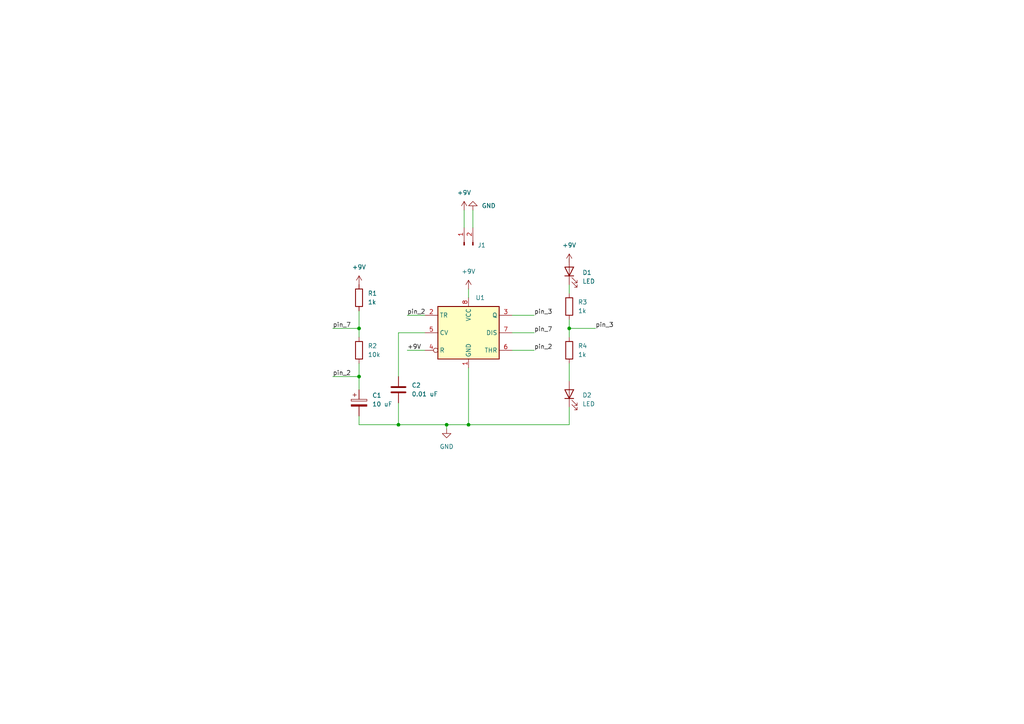
<source format=kicad_sch>
(kicad_sch (version 20211123) (generator eeschema)
  (paper "A4")
  (lib_symbols
    (symbol "Connector:Conn_01x02_Male" (pin_names (offset 1.016) hide)
      (property "Reference" "J" (at 0 2.54 0))
      (property "Value" "Conn_01x02_Male" (at 0 -5.08 0))
      (symbol "Conn_01x02_Male_1_1"
        (polyline (pts (xy 1.27 -2.54) (xy 0.8636 -2.54)) (stroke (width 0.1524)))
        (polyline (pts (xy 1.27 0) (xy 0.8636 0)) (stroke (width 0.1524)))
        (rectangle (start 0.8636 -2.413) (end 0 -2.667) (stroke (width 0.1524)) (fill (type outline)))
        (rectangle (start 0.8636 0.127) (end 0 -0.127) (stroke (width 0.1524)) (fill (type outline)))
        (pin passive line (at 5.08 0 180) (length 3.81) (name "Pin_1") (number "1"))
        (pin passive line (at 5.08 -2.54 180) (length 3.81) (name "Pin_2") (number "2"))
      )
    )
    (symbol "Device:C" (pin_numbers hide) (pin_names (offset 0.254))
      (property "Reference" "C" (at 0.635 2.54 0))
      (property "Value" "C" (at 0.635 -2.54 0))
      (symbol "C_0_1"
        (polyline (pts (xy -2.032 -0.762) (xy 2.032 -0.762)) (stroke (width 0.508)))
        (polyline (pts (xy -2.032 0.762) (xy 2.032 0.762)) (stroke (width 0.508)))
      )
      (symbol "C_1_1"
        (pin passive line (at 0 3.81 270) (length 2.794) (name "~") (number "1"))
        (pin passive line (at 0 -3.81 90) (length 2.794) (name "~") (number "2"))
      )
    )
    (symbol "Device:C_Polarized" (pin_numbers hide) (pin_names (offset 0.254))
      (property "Reference" "C" (at 0.635 2.54 0))
      (property "Value" "C_Polarized" (at 0.635 -2.54 0))
      (symbol "C_Polarized_0_1"
        (rectangle (start -2.286 0.508) (end 2.286 1.016))
        (polyline (pts (xy -1.778 2.286) (xy -0.762 2.286)))
        (polyline (pts (xy -1.27 2.794) (xy -1.27 1.778)))
        (rectangle (start 2.286 -0.508) (end -2.286 -1.016) (fill (type outline)))
      )
      (symbol "C_Polarized_1_1"
        (pin passive line (at 0 3.81 270) (length 2.794) (name "~") (number "1"))
        (pin passive line (at 0 -3.81 90) (length 2.794) (name "~") (number "2"))
      )
    )
    (symbol "Device:LED" (pin_numbers hide) (pin_names (offset 1.016) hide)
      (property "Reference" "D" (at 0 2.54 0))
      (property "Value" "LED" (at 0 -2.54 0))
      (symbol "LED_0_1"
        (polyline (pts (xy -1.27 -1.27) (xy -1.27 1.27)) (stroke (width 0.254)))
        (polyline (pts (xy -1.27 0) (xy 1.27 0)))
        (polyline (pts (xy 1.27 -1.27) (xy 1.27 1.27) (xy -1.27 0) (xy 1.27 -1.27)) (stroke (width 0.254)))
        (polyline (pts (xy -3.048 -0.762) (xy -4.572 -2.286) (xy -3.81 -2.286) (xy -4.572 -2.286) (xy -4.572 -1.524)))
        (polyline (pts (xy -1.778 -0.762) (xy -3.302 -2.286) (xy -2.54 -2.286) (xy -3.302 -2.286) (xy -3.302 -1.524)))
      )
      (symbol "LED_1_1"
        (pin passive line (at -3.81 0 0) (length 2.54) (name "K") (number "1"))
        (pin passive line (at 3.81 0 180) (length 2.54) (name "A") (number "2"))
      )
    )
    (symbol "Device:R" (pin_numbers hide) (pin_names (offset 0))
      (property "Reference" "R" (at 2.032 0 90))
      (property "Value" "R" (at 0 0 90))
      (symbol "R_0_1"
        (rectangle (start -1.016 -2.54) (end 1.016 2.54) (stroke (width 0.254)))
      )
      (symbol "R_1_1"
        (pin passive line (at 0 3.81 270) (length 1.27) (name "~") (number "1"))
        (pin passive line (at 0 -3.81 90) (length 1.27) (name "~") (number "2"))
      )
    )
    (symbol "Timer:NE555D"
      (property "Reference" "U" (at -10.16 8.89 0))
      (property "Value" "NE555D" (at 2.54 8.89 0))
      (symbol "NE555D_0_0"
        (pin power_in line (at 0 -10.16 90) (length 2.54) (name "GND") (number "1"))
        (pin power_in line (at 0 10.16 270) (length 2.54) (name "VCC") (number "8"))
      )
      (symbol "NE555D_0_1"
        (rectangle (start -8.89 -7.62) (end 8.89 7.62) (stroke (width 0.254)) (fill (type background)))
        (rectangle (start -8.89 -7.62) (end 8.89 7.62) (stroke (width 0.254)) (fill (type background)))
      )
      (symbol "NE555D_1_1"
        (pin input line (at -12.7 5.08 0) (length 3.81) (name "TR") (number "2"))
        (pin output line (at 12.7 5.08 180) (length 3.81) (name "Q") (number "3"))
        (pin input inverted (at -12.7 -5.08 0) (length 3.81) (name "R") (number "4"))
        (pin input line (at -12.7 0 0) (length 3.81) (name "CV") (number "5"))
        (pin input line (at 12.7 -5.08 180) (length 3.81) (name "THR") (number "6"))
        (pin input line (at 12.7 0 180) (length 3.81) (name "DIS") (number "7"))
      )
    )
    (symbol "power:+9V" (power) (pin_names (offset 0))
      (property "Value" "+9V" (at 0 3.556 0))
      (symbol "+9V_0_1"
        (polyline (pts (xy -0.762 1.27) (xy 0 2.54)))
        (polyline (pts (xy 0 0) (xy 0 2.54)))
        (polyline (pts (xy 0 2.54) (xy 0.762 1.27)))
      )
      (symbol "+9V_1_1"
        (pin power_in line (at 0 0 90) (length 0) hide (name "+9V") (number "1"))
      )
    )
    (symbol "power:GND" (power) (pin_names (offset 0))
      (property "Value" "GND" (at 0 -3.81 0))
      (symbol "GND_0_1"
        (polyline (pts (xy 0 0) (xy 0 -1.27) (xy 1.27 -1.27) (xy 0 -2.54) (xy -1.27 -1.27) (xy 0 -1.27)))
      )
      (symbol "GND_1_1"
        (pin power_in line (at 0 0 270) (length 0) hide (name "GND") (number "1"))
      )
    )
  )
  (junction (at 104.14 95.25))
  (junction (at 129.54 123.19))
  (junction (at 135.89 123.19))
  (junction (at 104.14 109.22))
  (junction (at 115.57 123.19))
  (junction (at 165.1 95.25))
  (wire (pts (xy 148.59 91.44) (xy 154.94 91.44)))
  (wire (pts (xy 137.16 60.96) (xy 137.16 66.04)))
  (wire (pts (xy 135.89 106.68) (xy 135.89 123.19)))
  (wire (pts (xy 104.14 90.17) (xy 104.14 95.25)))
  (wire (pts (xy 115.57 96.52) (xy 115.57 109.22)))
  (wire (pts (xy 129.54 123.19) (xy 135.89 123.19)))
  (wire (pts (xy 134.62 60.96) (xy 134.62 66.04)))
  (wire (pts (xy 165.1 85.09) (xy 165.1 82.55)))
  (wire (pts (xy 165.1 74.93) (xy 165.1 76.2)))
  (wire (pts (xy 104.14 109.22) (xy 96.52 109.22)))
  (wire (pts (xy 104.14 123.19) (xy 104.14 120.65)))
  (wire (pts (xy 165.1 110.49) (xy 165.1 105.41)))
  (wire (pts (xy 165.1 95.25) (xy 165.1 92.71)))
  (wire (pts (xy 148.59 96.52) (xy 154.94 96.52)))
  (wire (pts (xy 104.14 113.03) (xy 104.14 109.22)))
  (wire (pts (xy 104.14 105.41) (xy 104.14 109.22)))
  (wire (pts (xy 165.1 95.25) (xy 172.72 95.25)))
  (wire (pts (xy 165.1 97.79) (xy 165.1 95.25)))
  (wire (pts (xy 129.54 123.19) (xy 129.54 124.46)))
  (wire (pts (xy 104.14 95.25) (xy 104.14 97.79)))
  (wire (pts (xy 118.11 101.6) (xy 123.19 101.6)))
  (wire (pts (xy 115.57 116.84) (xy 115.57 123.19)))
  (wire (pts (xy 115.57 123.19) (xy 104.14 123.19)))
  (wire (pts (xy 104.14 95.25) (xy 96.52 95.25)))
  (wire (pts (xy 123.19 96.52) (xy 115.57 96.52)))
  (wire (pts (xy 123.19 91.44) (xy 118.11 91.44)))
  (wire (pts (xy 115.57 123.19) (xy 129.54 123.19)))
  (wire (pts (xy 165.1 123.19) (xy 165.1 118.11)))
  (wire (pts (xy 148.59 101.6) (xy 154.94 101.6)))
  (wire (pts (xy 135.89 123.19) (xy 165.1 123.19)))
  (wire (pts (xy 135.89 83.82) (xy 135.89 86.36)))
  (label "pin_2" (at 154.94 101.6 0))
  (label "pin_2" (at 118.11 91.44 0))
  (label "pin_7" (at 96.52 95.25 0))
  (label "pin_7" (at 154.94 96.52 0))
  (label "pin_2" (at 96.52 109.22 0))
  (label "+9V" (at 118.11 101.6 0))
  (label "pin_3" (at 172.72 95.25 0))
  (label "pin_3" (at 154.94 91.44 0))
  (symbol (lib_id "power:+9V") (at 165.1 76.2 0) (unit 1)
    (property "Reference" "#PWR?" (effects hide))
    (property "Value" "+9V" (at 165.1 71.12 0))
  )
  (symbol (lib_id "power:+9V") (at 134.62 60.96 0) (unit 1)
    (property "Reference" "#PWR?" (effects hide))
    (property "Value" "+9V" (at 134.62 55.88 0))
  )
  (symbol (lib_id "Device:C") (at 115.57 113.03 0) (unit 1)
    (property "Reference" "C2" (at 119.38 111.7599 0) (effects (justify left)))
    (property "Value" "0.01 uF" (at 119.38 114.2999 0) (effects (justify left)))
  )
  (symbol (lib_id "Device:R") (at 104.14 86.36 0) (unit 1)
    (property "Reference" "R1" (at 106.68 85.0899 0) (effects (justify left)))
    (property "Value" "1k" (at 106.68 87.6299 0) (effects (justify left)))
  )
  (symbol (lib_id "power:GND") (at 129.54 124.46 0) (unit 1)
    (property "Reference" "#PWR?" (effects hide))
    (property "Value" "GND" (at 129.54 129.54 0))
  )
  (symbol (lib_id "Device:C_Polarized") (at 104.14 116.84 0) (unit 1)
    (property "Reference" "C1" (at 107.95 114.6809 0) (effects (justify left)))
    (property "Value" "10 uF" (at 107.95 117.2209 0) (effects (justify left)))
  )
  (symbol (lib_id "Timer:NE555D") (at 135.89 96.52 0) (unit 1)
    (property "Reference" "U1" (at 137.9094 86.36 0) (effects (justify left)))
    (property "Value" "NE555D" (effects hide))
    (property "Footprint" "Package_SO:SOIC-8_3.9x4.9mm_P1.27mm" (effects hide))
    (property "Datasheet" "http://www.ti.com/lit/ds/symlink/ne555.pdf" (effects hide))
  )
  (symbol (lib_id "Device:LED") (at 165.1 114.3 90) (unit 1)
    (property "Reference" "D2" (at 168.91 114.6174 90) (effects (justify right)))
    (property "Value" "LED" (at 168.91 117.1574 90) (effects (justify right)))
  )
  (symbol (lib_id "power:+9V") (at 104.14 82.55 0) (unit 1)
    (property "Reference" "#PWR?" (effects hide))
    (property "Value" "+9V" (at 104.14 77.47 0))
  )
  (symbol (lib_id "power:+9V") (at 135.89 83.82 0) (unit 1)
    (property "Reference" "#PWR?" (effects hide))
    (property "Value" "+9V" (at 135.89 78.74 0))
  )
  (symbol (lib_id "Connector:Conn_01x02_Male") (at 134.62 71.12 90) (unit 1)
    (property "Reference" "J1" (at 139.7 71.12 90))
    (property "Value" "Conn_01x02_Male" (effects hide))
  )
  (symbol (lib_id "Device:R") (at 104.14 101.6 0) (unit 1)
    (property "Reference" "R2" (at 106.68 100.3299 0) (effects (justify left)))
    (property "Value" "10k" (at 106.68 102.8699 0) (effects (justify left)))
  )
  (symbol (lib_id "Device:R") (at 165.1 88.9 0) (unit 1)
    (property "Reference" "R3" (at 167.64 87.6299 0) (effects (justify left)))
    (property "Value" "1k" (at 167.64 90.1699 0) (effects (justify left)))
  )
  (symbol (lib_id "power:GND") (at 137.16 60.96 180) (unit 1)
    (property "Reference" "#PWR?" (effects hide))
    (property "Value" "GND" (at 139.7 59.6899 0) (effects (justify right)))
  )
  (symbol (lib_id "Device:LED") (at 165.1 78.74 90) (unit 1)
    (property "Reference" "D1" (at 168.91 79.0574 90) (effects (justify right)))
    (property "Value" "LED" (at 168.91 81.5974 90) (effects (justify right)))
  )
  (symbol (lib_id "Device:R") (at 165.1 101.6 0) (unit 1)
    (property "Reference" "R4" (at 167.64 100.3299 0) (effects (justify left)))
    (property "Value" "1k" (at 167.64 102.8699 0) (effects (justify left)))
  )
)
</source>
